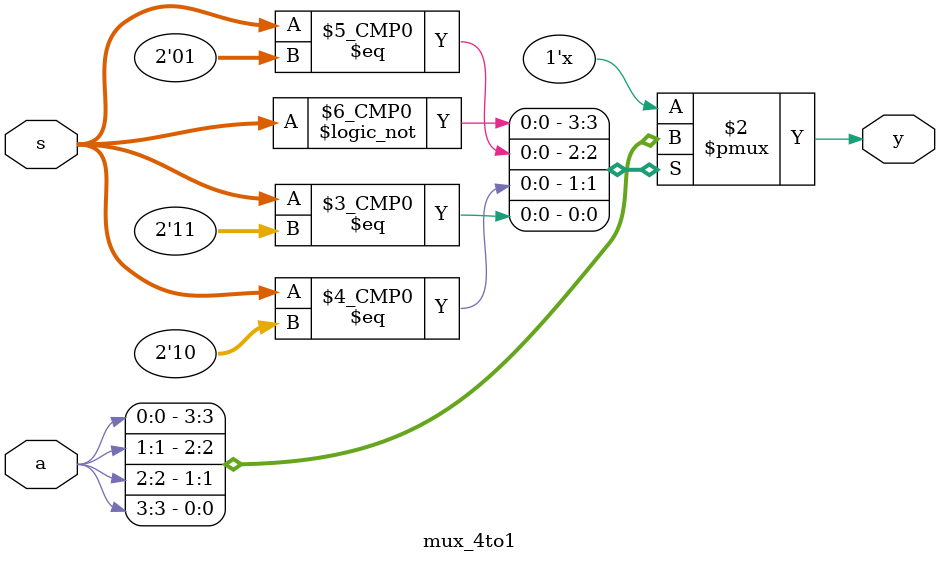
<source format=v>
`timescale 1ns / 1ps
module mux_4to1(a,s,y );
input [3:0]a;
input [1:0]s;
output y;
reg y;
always@(s,a)
begin
case(s)
2'b00:y =a[0];
2'b01:y =a[1];
2'b10:y =a[2];
2'b11:y =a[3];
endcase
end
endmodule

</source>
